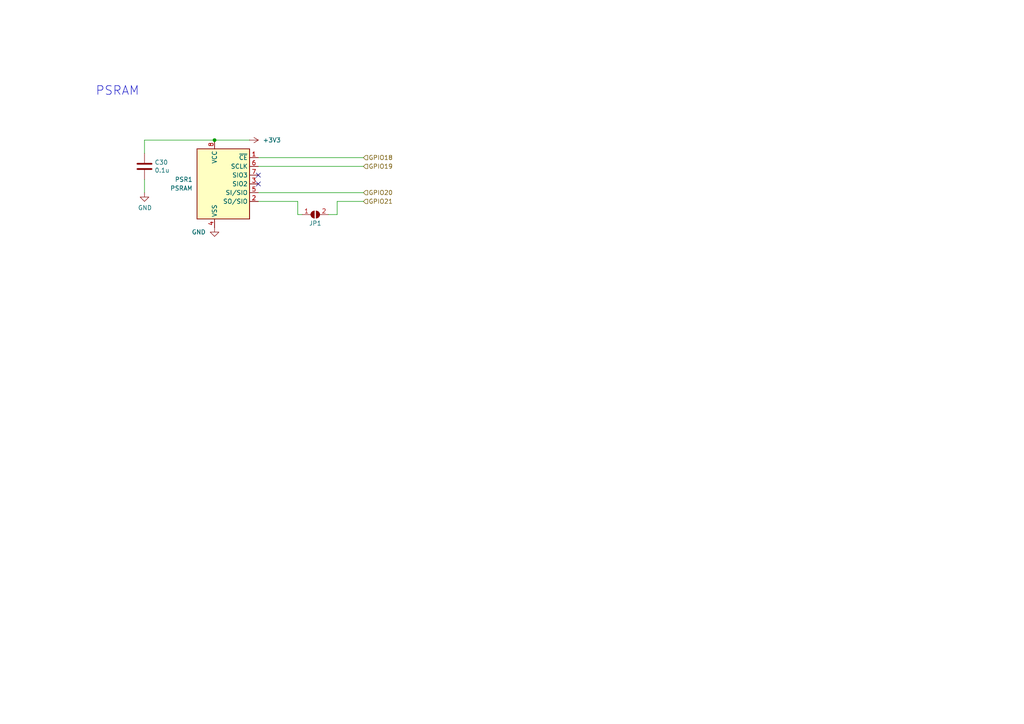
<source format=kicad_sch>
(kicad_sch (version 20231120) (generator "eeschema") (generator_version "8.0")
  (paper "A4")
  (title_block (title "FRANK2") (date "2024-11-21") (rev "1.0") (company "Mikhail Matveev") (comment 1 "https://github.com/xtremespb/frank2"))
  (lib_symbols
    (symbol "Device:C" (pin_numbers hide) (pin_names (offset 0.254))
      (property "Reference" "C" (at 0.635 2.54 0))
      (property "Value" "C" (at 0.635 -2.54 0))
      (symbol "C_0_1"
        (polyline (pts (xy -2.032 -0.762) (xy 2.032 -0.762)) (stroke (width 0.508)))
        (polyline (pts (xy -2.032 0.762) (xy 2.032 0.762)) (stroke (width 0.508)))
      )
      (symbol "C_1_1"
        (pin passive line (at 0 3.81 270) (length 2.794) (name "~") (number "1"))
        (pin passive line (at 0 -3.81 90) (length 2.794) (name "~") (number "2"))
      )
    )
    (symbol "Jumper:SolderJumper_2_Open" (pin_names (offset 0) hide)
      (property "Reference" "JP" (at 0 2.032 0))
      (property "Value" "SolderJumper_2_Open" (at 0 -2.54 0))
      (symbol "SolderJumper_2_Open_0_1"
        (arc (start -0.254 1.016) (mid -1.2655 0) (end -0.254 -1.016))
        (arc (start -0.254 1.016) (mid -1.2655 0) (end -0.254 -1.016) (fill (type outline)))
        (polyline (pts (xy -0.254 1.016) (xy -0.254 -1.016)))
        (polyline (pts (xy 0.254 1.016) (xy 0.254 -1.016)))
        (arc (start 0.254 -1.016) (mid 1.2655 0) (end 0.254 1.016))
        (arc (start 0.254 -1.016) (mid 1.2655 0) (end 0.254 1.016) (fill (type outline)))
      )
      (symbol "SolderJumper_2_Open_1_1"
        (pin passive line (at -3.81 0 0) (length 2.54) (name "A") (number "1"))
        (pin passive line (at 3.81 0 180) (length 2.54) (name "B") (number "2"))
      )
    )
    (symbol "Memory_RAM:ESP-PSRAM32"
      (property "Reference" "U" (at 3.81 11.43 0))
      (property "Value" "ESP-PSRAM32" (at -1.27 -11.43 0))
      (symbol "ESP-PSRAM32_0_1"
        (rectangle (start -7.62 10.16) (end 7.62 -10.16) (stroke (width 0.254)) (fill (type background)))
      )
      (symbol "ESP-PSRAM32_1_1"
        (pin input line (at 10.16 7.62 180) (length 2.54) (name "~{CE}") (number "1"))
        (pin output line (at 10.16 -5.08 180) (length 2.54) (name "SO/SIO") (number "2"))
        (pin bidirectional line (at 10.16 0 180) (length 2.54) (name "SIO2") (number "3"))
        (pin power_in line (at -2.54 -12.7 90) (length 2.54) (name "VSS") (number "4"))
        (pin input line (at 10.16 -2.54 180) (length 2.54) (name "SI/SIO") (number "5"))
        (pin output line (at 10.16 5.08 180) (length 2.54) (name "SCLK") (number "6"))
        (pin bidirectional line (at 10.16 2.54 180) (length 2.54) (name "SIO3") (number "7"))
        (pin power_in line (at -2.54 12.7 270) (length 2.54) (name "VCC") (number "8"))
      )
    )
    (symbol "power:+3V3" (power) (pin_numbers hide) (pin_names (offset 0) hide)
      (property "Value" "+3V3" (at 0 3.556 0))
      (symbol "+3V3_0_1"
        (polyline (pts (xy -0.762 1.27) (xy 0 2.54)))
        (polyline (pts (xy 0 0) (xy 0 2.54)))
        (polyline (pts (xy 0 2.54) (xy 0.762 1.27)))
      )
      (symbol "+3V3_1_1"
        (pin power_in line (at 0 0 90) (length 0) (name "~") (number "1"))
      )
    )
    (symbol "power:GND" (power) (pin_names (offset 0))
      (property "Value" "GND" (at 0 -3.81 0))
      (symbol "GND_0_1"
        (polyline (pts (xy 0 0) (xy 0 -1.27) (xy 1.27 -1.27) (xy 0 -2.54) (xy -1.27 -1.27) (xy 0 -1.27)))
      )
      (symbol "GND_1_1"
        (pin power_in line (at 0 0 270) (length 0) hide (name "GND") (number "1"))
      )
    )
  )
  (junction (at 62.23 40.64))
  (no_connect (at 74.93 50.8))
  (no_connect (at 74.93 53.34))
  (wire (pts (xy 74.93 45.72) (xy 105.41 45.72)))
  (wire (pts (xy 86.36 62.23) (xy 86.36 58.42)))
  (wire (pts (xy 86.36 62.23) (xy 87.63 62.23)))
  (wire (pts (xy 41.91 40.64) (xy 41.91 44.45)))
  (wire (pts (xy 74.93 48.26) (xy 105.41 48.26)))
  (wire (pts (xy 41.91 40.64) (xy 62.23 40.64)))
  (wire (pts (xy 62.23 40.64) (xy 72.39 40.64)))
  (wire (pts (xy 41.91 52.07) (xy 41.91 55.88)))
  (wire (pts (xy 74.93 55.88) (xy 105.41 55.88)))
  (wire (pts (xy 97.79 62.23) (xy 97.79 58.42)))
  (wire (pts (xy 97.79 58.42) (xy 105.41 58.42)))
  (wire (pts (xy 95.25 62.23) (xy 97.79 62.23)))
  (wire (pts (xy 86.36 58.42) (xy 74.93 58.42)))
  (text "PSRAM" (at 27.686 27.94 0) (effects (font (size 2.54 2.54)) (justify left bottom)))
  (hierarchical_label "GPIO20" (shape input) (at 105.41 55.88 0))
  (hierarchical_label "GPIO18" (shape input) (at 105.41 45.72 0))
  (hierarchical_label "GPIO19" (shape input) (at 105.41 48.26 0))
  (hierarchical_label "GPIO21" (shape input) (at 105.41 58.42 0))
  (symbol (lib_id "power:GND") (at 62.23 66.04 0) (unit 1)
    (property "Reference" "#PWR057" (effects (hide yes)))
    (property "Value" "GND" (at 59.69 67.31 0) (effects (justify right)))
  )
  (symbol (lib_id "Memory_RAM:ESP-PSRAM32") (at 64.77 53.34 0) (unit 1)
    (property "Reference" "PSR1" (at 55.88 52.0699 0) (effects (justify right)))
    (property "Value" "PSRAM" (at 55.88 54.6099 0) (effects (justify right)))
    (property "Footprint" "Package_SO:SO-8_5.3x6.2mm_P1.27mm" (effects (hide yes)))
    (property "Datasheet" "https://www.espressif.com/sites/default/files/documentation/esp-psram32_datasheet_en.pdf" (effects (hide yes)))
  )
  (symbol (lib_id "power:+3V3") (at 72.39 40.64 270) (unit 1)
    (property "Reference" "#PWR043" (effects (hide yes)))
    (property "Value" "+3V3" (at 76.2 40.6399 90) (effects (justify left)))
    (property "Description" "Power symbol creates a global label with name \"+3V3\"" (effects (hide yes)))
  )
  (symbol (lib_id "Device:C") (at 41.91 48.26 0) (unit 1)
    (property "Reference" "C30" (at 44.831 47.0916 0) (effects (justify left)))
    (property "Value" "0.1u" (at 44.831 49.403 0) (effects (justify left)))
    (property "Footprint" "Capacitor_SMD:C_0805_2012Metric_Pad1.18x1.45mm_HandSolder" (effects (hide yes)))
  )
  (symbol (lib_id "Jumper:SolderJumper_2_Open") (at 91.44 62.23 0) (unit 1)
    (property "Reference" "JP8" (at 91.44 64.77 0))
    (property "Value" "JMP PSRAM" (effects (hide yes)))
    (property "Footprint" "Jumper:SolderJumper-2_P1.3mm_Open_RoundedPad1.0x1.5mm" (effects (hide yes)))
    (instances (project "frank2" (path "" (reference "JP1") (unit 1))))
  )
  (symbol (lib_id "power:GND") (at 41.91 55.88 0) (unit 1)
    (property "Reference" "#PWR056" (effects (hide yes)))
    (property "Value" "GND" (at 42.037 60.2742 0))
  )
)
</source>
